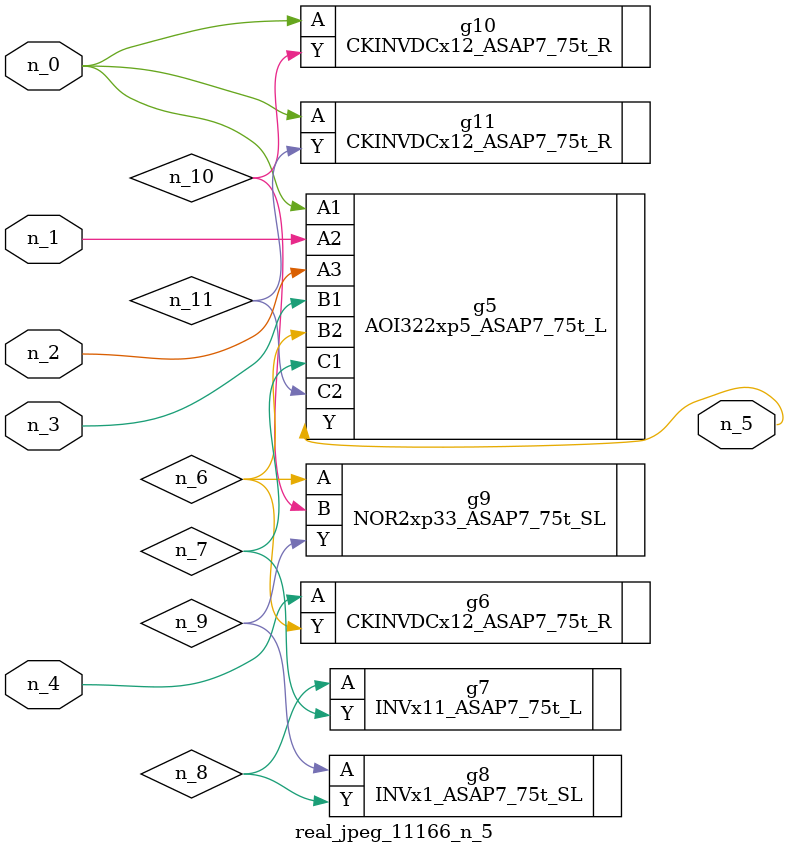
<source format=v>
module real_jpeg_11166_n_5 (n_4, n_0, n_1, n_2, n_3, n_5);

input n_4;
input n_0;
input n_1;
input n_2;
input n_3;

output n_5;

wire n_8;
wire n_11;
wire n_6;
wire n_7;
wire n_10;
wire n_9;

AOI322xp5_ASAP7_75t_L g5 ( 
.A1(n_0),
.A2(n_1),
.A3(n_2),
.B1(n_3),
.B2(n_6),
.C1(n_7),
.C2(n_11),
.Y(n_5)
);

CKINVDCx12_ASAP7_75t_R g10 ( 
.A(n_0),
.Y(n_10)
);

CKINVDCx12_ASAP7_75t_R g11 ( 
.A(n_0),
.Y(n_11)
);

CKINVDCx12_ASAP7_75t_R g6 ( 
.A(n_4),
.Y(n_6)
);

NOR2xp33_ASAP7_75t_SL g9 ( 
.A(n_6),
.B(n_10),
.Y(n_9)
);

INVx11_ASAP7_75t_L g7 ( 
.A(n_8),
.Y(n_7)
);

INVx1_ASAP7_75t_SL g8 ( 
.A(n_9),
.Y(n_8)
);


endmodule
</source>
